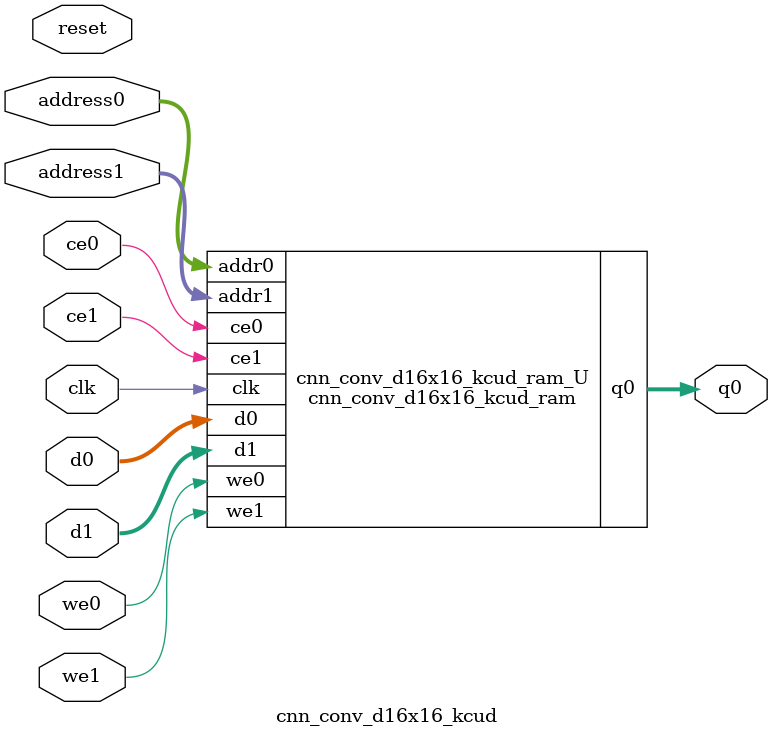
<source format=v>

`timescale 1 ns / 1 ps
module cnn_conv_d16x16_kcud_ram (addr0, ce0, d0, we0, q0, addr1, ce1, d1, we1,  clk);

parameter DWIDTH = 32;
parameter AWIDTH = 4;
parameter MEM_SIZE = 16;

input[AWIDTH-1:0] addr0;
input ce0;
input[DWIDTH-1:0] d0;
input we0;
output reg[DWIDTH-1:0] q0;
input[AWIDTH-1:0] addr1;
input ce1;
input[DWIDTH-1:0] d1;
input we1;
input clk;

(* ram_style = "block" *)reg [DWIDTH-1:0] ram[0:MEM_SIZE-1];




always @(posedge clk)  
begin 
    if (ce0) 
    begin
        if (we0) 
        begin 
            ram[addr0] <= d0; 
            q0 <= d0;
        end 
        else 
            q0 <= ram[addr0];
    end
end


always @(posedge clk)  
begin 
    if (ce1) 
    begin
        if (we1) 
        begin 
            ram[addr1] <= d1; 
        end 
    end
end


endmodule


`timescale 1 ns / 1 ps
module cnn_conv_d16x16_kcud(
    reset,
    clk,
    address0,
    ce0,
    we0,
    d0,
    q0,
    address1,
    ce1,
    we1,
    d1);

parameter DataWidth = 32'd32;
parameter AddressRange = 32'd16;
parameter AddressWidth = 32'd4;
input reset;
input clk;
input[AddressWidth - 1:0] address0;
input ce0;
input we0;
input[DataWidth - 1:0] d0;
output[DataWidth - 1:0] q0;
input[AddressWidth - 1:0] address1;
input ce1;
input we1;
input[DataWidth - 1:0] d1;



cnn_conv_d16x16_kcud_ram cnn_conv_d16x16_kcud_ram_U(
    .clk( clk ),
    .addr0( address0 ),
    .ce0( ce0 ),
    .d0( d0 ),
    .we0( we0 ),
    .q0( q0 ),
    .addr1( address1 ),
    .ce1( ce1 ),
    .d1( d1 ),
    .we1( we1 ));

endmodule


</source>
